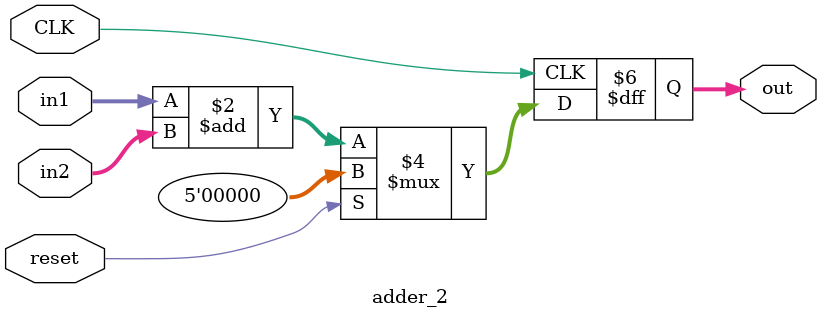
<source format=v>
module adder_2(
    input CLK,
    input reset,
    input [3:0] in1,
    input [3:0] in2,
    output reg [4:0] out
);
    always @(posedge CLK) begin
        if (reset) begin
            out <= 0;
        end
        else begin
            out <= in1 + in2;
        end
    end
endmodule


</source>
